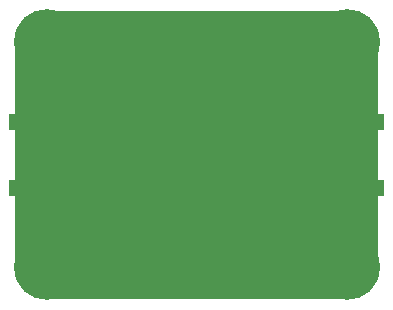
<source format=gbr>
%TF.GenerationSoftware,KiCad,Pcbnew,8.0.0*%
%TF.CreationDate,2024-05-05T15:44:05-04:00*%
%TF.ProjectId,S-Band Driver Amplifier,532d4261-6e64-4204-9472-697665722041,v1.0*%
%TF.SameCoordinates,Original*%
%TF.FileFunction,Copper,L2,Bot*%
%TF.FilePolarity,Positive*%
%FSLAX46Y46*%
G04 Gerber Fmt 4.6, Leading zero omitted, Abs format (unit mm)*
G04 Created by KiCad (PCBNEW 8.0.0) date 2024-05-05 15:44:05*
%MOMM*%
%LPD*%
G01*
G04 APERTURE LIST*
%TA.AperFunction,ComponentPad*%
%ADD10C,5.562600*%
%TD*%
%TA.AperFunction,SMDPad,CuDef*%
%ADD11R,4.200000X1.350000*%
%TD*%
%TA.AperFunction,ViaPad*%
%ADD12C,0.600000*%
%TD*%
G04 APERTURE END LIST*
D10*
%TO.P,H4,1,1*%
%TO.N,GND*%
X133350000Y-47625000D03*
%TD*%
%TO.P,H3,1,1*%
%TO.N,GND*%
X107950000Y-47625000D03*
%TD*%
%TO.P,H2,1,1*%
%TO.N,GND*%
X133350000Y-66675000D03*
%TD*%
%TO.P,H1,1,1*%
%TO.N,GND*%
X107950000Y-66675000D03*
%TD*%
D11*
%TO.P,J2,2,Ext*%
%TO.N,GND*%
X134402500Y-59975000D03*
X134402500Y-54325000D03*
%TD*%
%TO.P,J1,2,Ext*%
%TO.N,GND*%
X106897500Y-54325000D03*
X106897500Y-59975000D03*
%TD*%
D12*
%TO.N,GND*%
X133150000Y-52150000D03*
X128150000Y-52150000D03*
X130650000Y-49650000D03*
X128150000Y-47150000D03*
X125650000Y-49650000D03*
X120650000Y-49650000D03*
X115650000Y-49650000D03*
X113150000Y-47150000D03*
X110650000Y-49650000D03*
X113150000Y-52150000D03*
X108150000Y-52150000D03*
X133150000Y-62150000D03*
X128150000Y-62150000D03*
X130650000Y-64650000D03*
X128150000Y-67150000D03*
X125650000Y-64650000D03*
X123150000Y-62150000D03*
X123150000Y-67150000D03*
X120650000Y-64650000D03*
X118150000Y-62150000D03*
X118150000Y-67150000D03*
X113150000Y-67150000D03*
X115650000Y-64650000D03*
X113150000Y-62150000D03*
X110650000Y-64650000D03*
X108150000Y-62150000D03*
X126150000Y-54150000D03*
X126650000Y-54650000D03*
X127150000Y-54150000D03*
X122900000Y-51900000D03*
X122150000Y-51900000D03*
X121400000Y-51900000D03*
X120650000Y-51900000D03*
X119900000Y-51900000D03*
X119150000Y-51900000D03*
X118400000Y-51900000D03*
X122900000Y-52650000D03*
X122900000Y-53400000D03*
X122900000Y-54150000D03*
X122900000Y-54900000D03*
X118400000Y-54900000D03*
X118400000Y-54150000D03*
X118400000Y-53400000D03*
X118400000Y-52650000D03*
X122150000Y-52650000D03*
X121400000Y-52650000D03*
X120650000Y-52650000D03*
X119900000Y-52650000D03*
X119150000Y-52650000D03*
X122150000Y-53400000D03*
X122150000Y-54150000D03*
X122150000Y-54900000D03*
X119150000Y-54900000D03*
X119150000Y-54150000D03*
X119150000Y-53400000D03*
X119900000Y-53400000D03*
X120650000Y-53400000D03*
X121400000Y-53400000D03*
X121400000Y-54150000D03*
X120650000Y-54150000D03*
X119900000Y-54150000D03*
X119900000Y-54900000D03*
X120650000Y-54900000D03*
X121400000Y-54900000D03*
X121400000Y-55650000D03*
X119900000Y-55650000D03*
X120650000Y-55650000D03*
X120650000Y-56400000D03*
X120650000Y-57150000D03*
X135650000Y-54650000D03*
X134650000Y-54650000D03*
X133650000Y-54650000D03*
X132650000Y-54650000D03*
X135650000Y-59650000D03*
X134650000Y-59650000D03*
X133650000Y-59650000D03*
X132650000Y-59650000D03*
X108650000Y-54650000D03*
X107650000Y-54650000D03*
X106650000Y-54650000D03*
X105650000Y-54650000D03*
X105650000Y-59650000D03*
X106650000Y-59650000D03*
X107650000Y-59650000D03*
X108650000Y-59650000D03*
X128150000Y-54150000D03*
X129150000Y-54150000D03*
X130150000Y-54150000D03*
X131150000Y-54150000D03*
X117150000Y-54150000D03*
X116150000Y-54150000D03*
X115150000Y-54150000D03*
X114150000Y-54150000D03*
X113150000Y-54150000D03*
X112150000Y-54150000D03*
X111150000Y-54150000D03*
X110150000Y-54150000D03*
X131150000Y-60150000D03*
X130150000Y-60150000D03*
X129150000Y-60150000D03*
X128150000Y-60150000D03*
X127150000Y-60150000D03*
X126150000Y-60150000D03*
X125150000Y-60150000D03*
X124150000Y-60150000D03*
X123150000Y-60150000D03*
X122150000Y-60150000D03*
X121150000Y-60150000D03*
X120150000Y-60150000D03*
X119150000Y-60150000D03*
X118150000Y-60150000D03*
X117150000Y-60150000D03*
X116150000Y-60150000D03*
X115150000Y-60150000D03*
X114150000Y-60150000D03*
X113150000Y-60150000D03*
X112150000Y-60150000D03*
X111150000Y-60150000D03*
X110150000Y-60150000D03*
X127650000Y-54650000D03*
X128650000Y-54650000D03*
X129650000Y-54650000D03*
X130650000Y-54650000D03*
X131650000Y-54650000D03*
X117650000Y-54650000D03*
X116650000Y-54650000D03*
X115650000Y-54650000D03*
X114650000Y-54650000D03*
X113650000Y-54650000D03*
X112650000Y-54650000D03*
X111650000Y-54650000D03*
X110650000Y-54650000D03*
X109650000Y-54650000D03*
X131650000Y-59650000D03*
X130650000Y-59650000D03*
X129650000Y-59650000D03*
X128650000Y-59650000D03*
X127650000Y-59650000D03*
X126650000Y-59650000D03*
X125650000Y-59650000D03*
X124650000Y-59650000D03*
X123650000Y-59650000D03*
X122650000Y-59650000D03*
X121650000Y-59650000D03*
X120650000Y-59650000D03*
X119650000Y-59650000D03*
X118650000Y-59650000D03*
X117650000Y-59650000D03*
X116650000Y-59650000D03*
X115650000Y-59650000D03*
X114650000Y-59650000D03*
X113650000Y-59650000D03*
X112650000Y-59650000D03*
X111650000Y-59650000D03*
X110650000Y-59650000D03*
X109650000Y-59650000D03*
%TD*%
%TA.AperFunction,Conductor*%
%TO.N,GND*%
G36*
X133353472Y-44950695D02*
G01*
X133642507Y-44966927D01*
X133656305Y-44968481D01*
X133938265Y-45016388D01*
X133951821Y-45019482D01*
X134226642Y-45098657D01*
X134239768Y-45103250D01*
X134503994Y-45212696D01*
X134516508Y-45218722D01*
X134766830Y-45357070D01*
X134778603Y-45364468D01*
X135011843Y-45529961D01*
X135022704Y-45538622D01*
X135235964Y-45729202D01*
X135245797Y-45739035D01*
X135436373Y-45952290D01*
X135445042Y-45963162D01*
X135610530Y-46196395D01*
X135617929Y-46208169D01*
X135756273Y-46458484D01*
X135762306Y-46471012D01*
X135871749Y-46735232D01*
X135876342Y-46748357D01*
X135955517Y-47023178D01*
X135958611Y-47036735D01*
X136006516Y-47318684D01*
X136008073Y-47332502D01*
X136024305Y-47621527D01*
X136024500Y-47628480D01*
X136024500Y-66671519D01*
X136024305Y-66678472D01*
X136008073Y-66967497D01*
X136006516Y-66981315D01*
X135958611Y-67263264D01*
X135955517Y-67276821D01*
X135876342Y-67551642D01*
X135871749Y-67564767D01*
X135762306Y-67828987D01*
X135756273Y-67841515D01*
X135617929Y-68091830D01*
X135610530Y-68103604D01*
X135445042Y-68336837D01*
X135436373Y-68347709D01*
X135245797Y-68560964D01*
X135235964Y-68570797D01*
X135022709Y-68761373D01*
X135011837Y-68770042D01*
X134778604Y-68935530D01*
X134766830Y-68942929D01*
X134516515Y-69081273D01*
X134503987Y-69087306D01*
X134239767Y-69196749D01*
X134226642Y-69201342D01*
X133951821Y-69280517D01*
X133938264Y-69283611D01*
X133656315Y-69331516D01*
X133642497Y-69333073D01*
X133353472Y-69349305D01*
X133346519Y-69349500D01*
X107953481Y-69349500D01*
X107946528Y-69349305D01*
X107657502Y-69333073D01*
X107643684Y-69331516D01*
X107361735Y-69283611D01*
X107348178Y-69280517D01*
X107073357Y-69201342D01*
X107060232Y-69196749D01*
X106796012Y-69087306D01*
X106783484Y-69081273D01*
X106533169Y-68942929D01*
X106521395Y-68935530D01*
X106288162Y-68770042D01*
X106277290Y-68761373D01*
X106064035Y-68570797D01*
X106054202Y-68560964D01*
X105863626Y-68347709D01*
X105854961Y-68336843D01*
X105689468Y-68103603D01*
X105682070Y-68091830D01*
X105543726Y-67841515D01*
X105537696Y-67828994D01*
X105428250Y-67564767D01*
X105423657Y-67551642D01*
X105344482Y-67276821D01*
X105341388Y-67263264D01*
X105293481Y-66981305D01*
X105291927Y-66967507D01*
X105275695Y-66678472D01*
X105275500Y-66671519D01*
X105275500Y-47628480D01*
X105275695Y-47621527D01*
X105279200Y-47559108D01*
X105291927Y-47332490D01*
X105293481Y-47318696D01*
X105341389Y-47036730D01*
X105344482Y-47023178D01*
X105423657Y-46748357D01*
X105428250Y-46735232D01*
X105537699Y-46470997D01*
X105543719Y-46458498D01*
X105682076Y-46208159D01*
X105689463Y-46196404D01*
X105854968Y-45963147D01*
X105863614Y-45952304D01*
X106054212Y-45739024D01*
X106064024Y-45729212D01*
X106277304Y-45538614D01*
X106288147Y-45529968D01*
X106521404Y-45364463D01*
X106533159Y-45357076D01*
X106783498Y-45218719D01*
X106795997Y-45212699D01*
X107060236Y-45103248D01*
X107073353Y-45098658D01*
X107348184Y-45019480D01*
X107361730Y-45016389D01*
X107643696Y-44968481D01*
X107657490Y-44966927D01*
X107946528Y-44950695D01*
X107953481Y-44950500D01*
X108015892Y-44950500D01*
X133284108Y-44950500D01*
X133346519Y-44950500D01*
X133353472Y-44950695D01*
G37*
%TD.AperFunction*%
%TD*%
M02*

</source>
